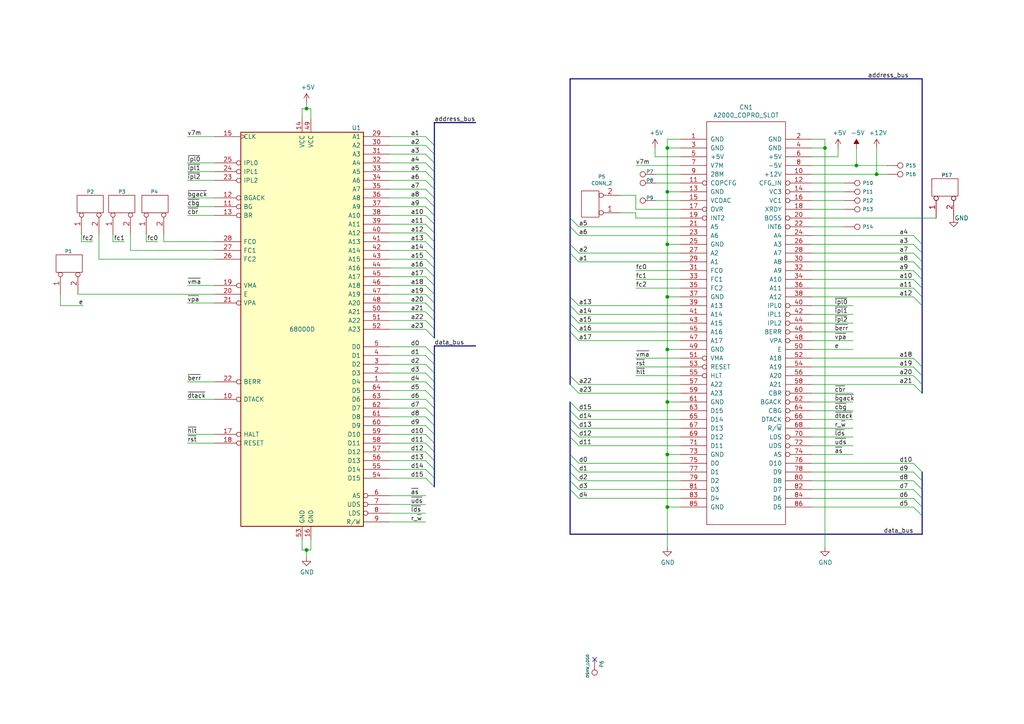
<source format=kicad_sch>
(kicad_sch (version 20250114) (generator "eeschema") (generator_version "9.0")
  (paper "A4")
  (title_block (title "OpenAmiga2000CoproAdapter") (date "2019-02-14") (rev "2git") (company "SukkoPera") (comment 1 "Based on work by Kipper2K") (comment 2 "Licensed under CERN OHL v.1.2"))
  (lib_symbols
    (symbol "A2000_COPRO_SLOT:A2000_COPRO_SLOT" (pin_names (offset 1.016))
      (property "Reference" "CN" (at 0 -2.54 0))
      (property "Value" "A2000_COPRO_SLOT" (at 0 2.54 0))
      (symbol "A2000_COPRO_SLOT_1_0"
        (rectangle (start -11.43 -58.42) (end 11.43 58.42))
      )
      (symbol "A2000_COPRO_SLOT_1_1"
        (pin power_out line (at -19.05 53.34 0) (length 7.62) (name "GND") (number "1"))
        (pin passive line (at -19.05 50.8 0) (length 7.62) (name "GND") (number "3"))
        (pin passive line (at -19.05 48.26 0) (length 7.62) (name "+5V") (number "5"))
        (pin output line (at -19.05 45.72 0) (length 7.62) (name "V7M") (number "7"))
        (pin output line (at -19.05 43.18 0) (length 7.62) (name "28M") (number "9"))
        (pin passive inverted (at -19.05 40.64 0) (length 7.62) (name "COPCFG") (number "11"))
        (pin passive line (at -19.05 38.1 0) (length 7.62) (name "GND") (number "13"))
        (pin passive line (at -19.05 35.56 0) (length 7.62) (name "VCDAC") (number "15"))
        (pin passive inverted (at -19.05 33.02 0) (length 7.62) (name "OVR") (number "17"))
        (pin passive inverted (at -19.05 30.48 0) (length 7.62) (name "INT2") (number "19"))
        (pin input line (at -19.05 27.94 0) (length 7.62) (name "A5") (number "21"))
        (pin input line (at -19.05 25.4 0) (length 7.62) (name "A6") (number "23"))
        (pin passive line (at -19.05 22.86 0) (length 7.62) (name "GND") (number "25"))
        (pin input line (at -19.05 20.32 0) (length 7.62) (name "A2") (number "27"))
        (pin input line (at -19.05 17.78 0) (length 7.62) (name "A1") (number "29"))
        (pin passive line (at -19.05 15.24 0) (length 7.62) (name "FC0") (number "31"))
        (pin passive line (at -19.05 12.7 0) (length 7.62) (name "FC1") (number "33"))
        (pin passive line (at -19.05 10.16 0) (length 7.62) (name "FC2") (number "35"))
        (pin passive line (at -19.05 7.62 0) (length 7.62) (name "GND") (number "37"))
        (pin input line (at -19.05 5.08 0) (length 7.62) (name "A13") (number "39"))
        (pin input line (at -19.05 2.54 0) (length 7.62) (name "A14") (number "41"))
        (pin input line (at -19.05 0 0) (length 7.62) (name "A15") (number "43"))
        (pin input line (at -19.05 -2.54 0) (length 7.62) (name "A16") (number "45"))
        (pin input line (at -19.05 -5.08 0) (length 7.62) (name "A17") (number "47"))
        (pin passive line (at -19.05 -7.62 0) (length 7.62) (name "GND") (number "49"))
        (pin passive inverted (at -19.05 -10.16 0) (length 7.62) (name "VMA") (number "51"))
        (pin passive inverted (at -19.05 -12.7 0) (length 7.62) (name "RESET") (number "53"))
        (pin passive inverted (at -19.05 -15.24 0) (length 7.62) (name "HLT") (number "55"))
        (pin input line (at -19.05 -17.78 0) (length 7.62) (name "A22") (number "57"))
        (pin input line (at -19.05 -20.32 0) (length 7.62) (name "A23") (number "59"))
        (pin passive line (at -19.05 -22.86 0) (length 7.62) (name "GND") (number "61"))
        (pin bidirectional line (at -19.05 -25.4 0) (length 7.62) (name "D15") (number "63"))
        (pin bidirectional line (at -19.05 -27.94 0) (length 7.62) (name "D14") (number "65"))
        (pin bidirectional line (at -19.05 -30.48 0) (length 7.62) (name "D13") (number "67"))
        (pin bidirectional line (at -19.05 -33.02 0) (length 7.62) (name "D12") (number "69"))
        (pin bidirectional line (at -19.05 -35.56 0) (length 7.62) (name "D11") (number "71"))
        (pin passive line (at -19.05 -38.1 0) (length 7.62) (name "GND") (number "73"))
        (pin bidirectional line (at -19.05 -40.64 0) (length 7.62) (name "D0") (number "75"))
        (pin bidirectional line (at -19.05 -43.18 0) (length 7.62) (name "D1") (number "77"))
        (pin bidirectional line (at -19.05 -45.72 0) (length 7.62) (name "D2") (number "79"))
        (pin bidirectional line (at -19.05 -48.26 0) (length 7.62) (name "D3") (number "81"))
        (pin bidirectional line (at -19.05 -50.8 0) (length 7.62) (name "D4") (number "83"))
        (pin passive line (at -19.05 -53.34 0) (length 7.62) (name "GND") (number "85"))
        (pin passive line (at 19.05 53.34 180) (length 7.62) (name "GND") (number "2"))
        (pin passive line (at 19.05 50.8 180) (length 7.62) (name "GND") (number "4"))
        (pin power_out line (at 19.05 48.26 180) (length 7.62) (name "+5V") (number "6"))
        (pin power_out line (at 19.05 45.72 180) (length 7.62) (name "-5V") (number "8"))
        (pin power_out line (at 19.05 43.18 180) (length 7.62) (name "+12V") (number "10"))
        (pin passive inverted (at 19.05 40.64 180) (length 7.62) (name "CFG_IN") (number "12"))
        (pin passive inverted (at 19.05 38.1 180) (length 7.62) (name "VC3") (number "14"))
        (pin passive inverted (at 19.05 35.56 180) (length 7.62) (name "VC1") (number "16"))
        (pin passive line (at 19.05 33.02 180) (length 7.62) (name "XRDY") (number "18"))
        (pin passive inverted (at 19.05 30.48 180) (length 7.62) (name "BOSS") (number "20"))
        (pin passive inverted (at 19.05 27.94 180) (length 7.62) (name "INT6") (number "22"))
        (pin input line (at 19.05 25.4 180) (length 7.62) (name "A4") (number "24"))
        (pin input line (at 19.05 22.86 180) (length 7.62) (name "A3") (number "26"))
        (pin input line (at 19.05 20.32 180) (length 7.62) (name "A7") (number "28"))
        (pin input line (at 19.05 17.78 180) (length 7.62) (name "A8") (number "30"))
        (pin input line (at 19.05 15.24 180) (length 7.62) (name "A9") (number "32"))
        (pin input line (at 19.05 12.7 180) (length 7.62) (name "A10") (number "34"))
        (pin input line (at 19.05 10.16 180) (length 7.62) (name "A11") (number "36"))
        (pin input line (at 19.05 7.62 180) (length 7.62) (name "A12") (number "38"))
        (pin passive inverted (at 19.05 5.08 180) (length 7.62) (name "IPL0") (number "40"))
        (pin passive inverted (at 19.05 2.54 180) (length 7.62) (name "IPL1") (number "42"))
        (pin passive inverted (at 19.05 0 180) (length 7.62) (name "IPL2") (number "44"))
        (pin passive inverted (at 19.05 -2.54 180) (length 7.62) (name "BERR") (number "46"))
        (pin passive inverted (at 19.05 -5.08 180) (length 7.62) (name "VPA") (number "48"))
        (pin passive line (at 19.05 -7.62 180) (length 7.62) (name "E") (number "50"))
        (pin input line (at 19.05 -10.16 180) (length 7.62) (name "A18") (number "52"))
        (pin input line (at 19.05 -12.7 180) (length 7.62) (name "A19") (number "54"))
        (pin input line (at 19.05 -15.24 180) (length 7.62) (name "A20") (number "56"))
        (pin input line (at 19.05 -17.78 180) (length 7.62) (name "A21") (number "58"))
        (pin passive inverted (at 19.05 -20.32 180) (length 7.62) (name "CBR") (number "60"))
        (pin passive inverted (at 19.05 -22.86 180) (length 7.62) (name "BGACK") (number "62"))
        (pin passive inverted (at 19.05 -25.4 180) (length 7.62) (name "CBG") (number "64"))
        (pin passive inverted (at 19.05 -27.94 180) (length 7.62) (name "DTACK") (number "66"))
        (pin input line (at 19.05 -30.48 180) (length 7.62) (name "R/~{W}") (number "68"))
        (pin passive inverted (at 19.05 -33.02 180) (length 7.62) (name "LDS") (number "70"))
        (pin passive inverted (at 19.05 -35.56 180) (length 7.62) (name "UDS") (number "72"))
        (pin passive inverted (at 19.05 -38.1 180) (length 7.62) (name "AS") (number "74"))
        (pin bidirectional line (at 19.05 -40.64 180) (length 7.62) (name "D10") (number "76"))
        (pin bidirectional line (at 19.05 -43.18 180) (length 7.62) (name "D9") (number "78"))
        (pin bidirectional line (at 19.05 -45.72 180) (length 7.62) (name "D8") (number "80"))
        (pin bidirectional line (at 19.05 -48.26 180) (length 7.62) (name "D7") (number "82"))
        (pin bidirectional line (at 19.05 -50.8 180) (length 7.62) (name "D6") (number "84"))
        (pin bidirectional line (at 19.05 -53.34 180) (length 7.62) (name "D5") (number "86"))
      )
    )
    (symbol "CPU_NXP_68000:68000D" (pin_names (offset 0.762))
      (property "Reference" "U" (at 0 2.54 0))
      (property "Value" "68000D" (at 0 -3.81 0))
      (symbol "68000D_0_1"
        (rectangle (start -17.78 57.15) (end 17.78 -57.15) (stroke (width 0.254)) (fill (type background)))
      )
      (symbol "68000D_1_1"
        (pin input clock (at -25.4 55.88 0) (length 7.62) (name "CLK") (number "15"))
        (pin input inverted (at -25.4 48.26 0) (length 7.62) (name "IPL0") (number "25"))
        (pin input inverted (at -25.4 45.72 0) (length 7.62) (name "IPL1") (number "24"))
        (pin input inverted (at -25.4 43.18 0) (length 7.62) (name "IPL2") (number "23"))
        (pin input inverted (at -25.4 38.1 0) (length 7.62) (name "BGACK") (number "12"))
        (pin output inverted (at -25.4 35.56 0) (length 7.62) (name "BG") (number "11"))
        (pin input inverted (at -25.4 33.02 0) (length 7.62) (name "BR") (number "13"))
        (pin output line (at -25.4 25.4 0) (length 7.62) (name "FC0") (number "28"))
        (pin output line (at -25.4 22.86 0) (length 7.62) (name "FC1") (number "27"))
        (pin output line (at -25.4 20.32 0) (length 7.62) (name "FC2") (number "26"))
        (pin output inverted (at -25.4 12.7 0) (length 7.62) (name "VMA") (number "19"))
        (pin output line (at -25.4 10.16 0) (length 7.62) (name "E") (number "20"))
        (pin input inverted (at -25.4 7.62 0) (length 7.62) (name "VPA") (number "21"))
        (pin input inverted (at -25.4 -15.24 0) (length 7.62) (name "BERR") (number "22"))
        (pin input inverted (at -25.4 -20.32 0) (length 7.62) (name "DTACK") (number "10"))
        (pin bidirectional inverted (at -25.4 -30.48 0) (length 7.62) (name "HALT") (number "17"))
        (pin bidirectional inverted (at -25.4 -33.02 0) (length 7.62) (name "RESET") (number "18"))
        (pin power_in line (at 0 60.96 270) (length 3.81) (name "VCC") (number "14"))
        (pin power_in line (at 0 -60.96 90) (length 3.81) (name "GND") (number "53"))
        (pin power_in line (at 2.54 60.96 270) (length 3.81) (name "VCC") (number "49"))
        (pin power_in line (at 2.54 -60.96 90) (length 3.81) (name "GND") (number "16"))
        (pin output line (at 25.4 55.88 180) (length 7.62) (name "A1") (number "29"))
        (pin output line (at 25.4 53.34 180) (length 7.62) (name "A2") (number "30"))
        (pin output line (at 25.4 50.8 180) (length 7.62) (name "A3") (number "31"))
        (pin output line (at 25.4 48.26 180) (length 7.62) (name "A4") (number "32"))
        (pin output line (at 25.4 45.72 180) (length 7.62) (name "A5") (number "33"))
        (pin output line (at 25.4 43.18 180) (length 7.62) (name "A6") (number "34"))
        (pin output line (at 25.4 40.64 180) (length 7.62) (name "A7") (number "35"))
        (pin output line (at 25.4 38.1 180) (length 7.62) (name "A8") (number "36"))
        (pin output line (at 25.4 35.56 180) (length 7.62) (name "A9") (number "37"))
        (pin output line (at 25.4 33.02 180) (length 7.62) (name "A10") (number "38"))
        (pin output line (at 25.4 30.48 180) (length 7.62) (name "A11") (number "39"))
        (pin output line (at 25.4 27.94 180) (length 7.62) (name "A12") (number "40"))
        (pin output line (at 25.4 25.4 180) (length 7.62) (name "A13") (number "41"))
        (pin output line (at 25.4 22.86 180) (length 7.62) (name "A14") (number "42"))
        (pin output line (at 25.4 20.32 180) (length 7.62) (name "A15") (number "43"))
        (pin output line (at 25.4 17.78 180) (length 7.62) (name "A16") (number "44"))
        (pin output line (at 25.4 15.24 180) (length 7.62) (name "A17") (number "45"))
        (pin output line (at 25.4 12.7 180) (length 7.62) (name "A18") (number "46"))
        (pin output line (at 25.4 10.16 180) (length 7.62) (name "A19") (number "47"))
        (pin output line (at 25.4 7.62 180) (length 7.62) (name "A20") (number "48"))
        (pin output line (at 25.4 5.08 180) (length 7.62) (name "A21") (number "50"))
        (pin output line (at 25.4 2.54 180) (length 7.62) (name "A22") (number "51"))
        (pin output line (at 25.4 0 180) (length 7.62) (name "A23") (number "52"))
        (pin bidirectional line (at 25.4 -5.08 180) (length 7.62) (name "D0") (number "5"))
        (pin bidirectional line (at 25.4 -7.62 180) (length 7.62) (name "D1") (number "4"))
        (pin bidirectional line (at 25.4 -10.16 180) (length 7.62) (name "D2") (number "3"))
        (pin bidirectional line (at 25.4 -12.7 180) (length 7.62) (name "D3") (number "2"))
        (pin bidirectional line (at 25.4 -15.24 180) (length 7.62) (name "D4") (number "1"))
        (pin bidirectional line (at 25.4 -17.78 180) (length 7.62) (name "D5") (number "64"))
        (pin bidirectional line (at 25.4 -20.32 180) (length 7.62) (name "D6") (number "63"))
        (pin bidirectional line (at 25.4 -22.86 180) (length 7.62) (name "D7") (number "62"))
        (pin bidirectional line (at 25.4 -25.4 180) (length 7.62) (name "D8") (number "61"))
        (pin bidirectional line (at 25.4 -27.94 180) (length 7.62) (name "D9") (number "60"))
        (pin bidirectional line (at 25.4 -30.48 180) (length 7.62) (name "D10") (number "59"))
        (pin bidirectional line (at 25.4 -33.02 180) (length 7.62) (name "D11") (number "58"))
        (pin bidirectional line (at 25.4 -35.56 180) (length 7.62) (name "D12") (number "57"))
        (pin bidirectional line (at 25.4 -38.1 180) (length 7.62) (name "D13") (number "56"))
        (pin bidirectional line (at 25.4 -40.64 180) (length 7.62) (name "D14") (number "55"))
        (pin bidirectional line (at 25.4 -43.18 180) (length 7.62) (name "D15") (number "54"))
        (pin output inverted (at 25.4 -48.26 180) (length 7.62) (name "AS") (number "6"))
        (pin output inverted (at 25.4 -50.8 180) (length 7.62) (name "UDS") (number "7"))
        (pin output inverted (at 25.4 -53.34 180) (length 7.62) (name "LDS") (number "8"))
        (pin output line (at 25.4 -55.88 180) (length 7.62) (name "R/W") (number "9"))
      )
    )
    (symbol "OpenAmiga2000CoproAdapter-rescue:+12V-power" (power) (pin_names (offset 0))
      (property "Value" "power_+12V" (at 0 3.556 0))
      (symbol "+12V-power_0_1"
        (polyline (pts (xy -0.762 1.27) (xy 0 2.54)))
        (polyline (pts (xy 0 2.54) (xy 0.762 1.27)))
        (polyline (pts (xy 0 0) (xy 0 2.54)))
      )
      (symbol "+12V-power_1_1"
        (pin power_in line (at 0 0 90) (length 0) (hide yes) (name "+12V") (number "1"))
      )
    )
    (symbol "OpenAmiga2000CoproAdapter-rescue:+5V-power" (power) (pin_names (offset 0))
      (property "Value" "power_+5V" (at 0 3.556 0))
      (symbol "+5V-power_0_1"
        (polyline (pts (xy -0.762 1.27) (xy 0 2.54)))
        (polyline (pts (xy 0 2.54) (xy 0.762 1.27)))
        (polyline (pts (xy 0 0) (xy 0 2.54)))
      )
      (symbol "+5V-power_1_1"
        (pin power_in line (at 0 0 90) (length 0) (hide yes) (name "+5V") (number "1"))
      )
    )
    (symbol "OpenAmiga2000CoproAdapter-rescue:-5V-power" (power) (pin_names (offset 0))
      (property "Value" "power_-5V" (at 0 3.81 0))
      (symbol "-5V-power_0_0"
        (pin power_in line (at 0 0 90) (length 0) (hide yes) (name "-5V") (number "1"))
      )
      (symbol "-5V-power_0_1"
        (polyline (pts (xy 0 0) (xy 0 1.27) (xy 0.762 1.27) (xy 0 2.54) (xy -0.762 1.27) (xy 0 1.27)) (fill (type outline)))
      )
    )
    (symbol "OpenAmiga2000CoproAdapter-rescue:CONN_1-conn-OpenAmiga2000CoproAdapter-rescue" (pin_numbers (hide yes)) (pin_names (offset 0.762) (hide yes))
      (property "Reference" "P" (at 2.032 0 0))
      (symbol "CONN_1-conn-OpenAmiga2000CoproAdapter-rescue_0_1"
        (polyline (pts (xy -0.762 0) (xy -1.27 0)))
        (circle (center 0 0) (radius 0.7874))
      )
      (symbol "CONN_1-conn-OpenAmiga2000CoproAdapter-rescue_1_1"
        (pin passive line (at -3.81 0 0) (length 2.54) (name "1") (number "1"))
      )
    )
    (symbol "OpenAmiga2000CoproAdapter-rescue:CONN_2-conn-OpenAmiga2000CoproAdapter-rescue" (pin_names (offset 1.016) (hide yes))
      (property "Reference" "P" (at -1.27 0 90))
      (property "Value" "OpenAmiga2000CoproAdapter-rescue_CONN_2-conn" (at 1.27 0 90))
      (symbol "CONN_2-conn-OpenAmiga2000CoproAdapter-rescue_0_1"
        (rectangle (start -2.54 3.81) (end 2.54 -3.81))
      )
      (symbol "CONN_2-conn-OpenAmiga2000CoproAdapter-rescue_1_1"
        (pin passive inverted (at -8.89 2.54 0) (length 6.35) (name "P1") (number "1"))
        (pin passive inverted (at -8.89 -2.54 0) (length 6.35) (name "PM") (number "2"))
      )
    )
    (symbol "OpenAmiga2000CoproAdapter-rescue:GND-power" (power) (pin_names (offset 0))
      (property "Value" "power_GND" (at 0 -3.81 0))
      (symbol "GND-power_0_1"
        (polyline (pts (xy 0 0) (xy 0 -1.27) (xy 1.27 -1.27) (xy 0 -2.54) (xy -1.27 -1.27) (xy 0 -1.27)))
      )
      (symbol "GND-power_1_1"
        (pin power_in line (at 0 0 270) (length 0) (hide yes) (name "GND") (number "1"))
      )
    )
  )
  (junction (at 88.9 31.496))
  (junction (at 254.254 50.546))
  (junction (at 193.548 131.826))
  (junction (at 193.548 147.066))
  (junction (at 239.268 42.926))
  (junction (at 193.548 55.626))
  (junction (at 88.9 159.512))
  (junction (at 193.548 86.106))
  (junction (at 193.548 101.346))
  (junction (at 193.548 116.586))
  (junction (at 193.548 70.866))
  (junction (at 248.412 48.006))
  (junction (at 193.548 42.926))
  (no_connect (at 172.466 191.262))
  (bus_entry (at 123.444 70.104) (size 2.54 2.54))
  (bus_entry (at 165.354 121.666) (size 2.54 2.54))
  (bus_entry (at 165.354 73.406) (size 2.54 2.54))
  (bus_entry (at 123.444 72.644) (size 2.54 2.54))
  (bus_entry (at 165.354 124.206) (size 2.54 2.54))
  (bus_entry (at 165.354 93.726) (size 2.54 2.54))
  (bus_entry (at 165.354 116.586) (size 2.54 2.54))
  (bus_entry (at 123.444 42.164) (size 2.54 2.54))
  (bus_entry (at 165.354 111.506) (size 2.54 2.54))
  (bus_entry (at 123.444 77.724) (size 2.54 2.54))
  (bus_entry (at 123.444 103.124) (size 2.54 2.54))
  (bus_entry (at 123.444 80.264) (size 2.54 2.54))
  (bus_entry (at 264.922 134.366) (size 2.54 2.54))
  (bus_entry (at 165.354 108.966) (size 2.54 2.54))
  (bus_entry (at 123.444 105.664) (size 2.54 2.54))
  (bus_entry (at 123.444 47.244) (size 2.54 2.54))
  (bus_entry (at 165.354 70.866) (size 2.54 2.54))
  (bus_entry (at 123.444 90.424) (size 2.54 2.54))
  (bus_entry (at 264.922 111.506) (size 2.54 2.54))
  (bus_entry (at 123.444 92.964) (size 2.54 2.54))
  (bus_entry (at 123.444 59.944) (size 2.54 2.54))
  (bus_entry (at 123.444 110.744) (size 2.54 2.54))
  (bus_entry (at 264.922 81.026) (size 2.54 2.54))
  (bus_entry (at 165.354 119.126) (size 2.54 2.54))
  (bus_entry (at 264.922 136.906) (size 2.54 2.54))
  (bus_entry (at 123.444 100.584) (size 2.54 2.54))
  (bus_entry (at 165.354 65.786) (size 2.54 2.54))
  (bus_entry (at 123.444 57.404) (size 2.54 2.54))
  (bus_entry (at 165.354 141.986) (size 2.54 2.54))
  (bus_entry (at 264.922 103.886) (size 2.54 2.54))
  (bus_entry (at 165.354 131.826) (size 2.54 2.54))
  (bus_entry (at 165.354 126.746) (size 2.54 2.54))
  (bus_entry (at 165.354 86.106) (size 2.54 2.54))
  (bus_entry (at 123.444 85.344) (size 2.54 2.54))
  (bus_entry (at 123.444 133.604) (size 2.54 2.54))
  (bus_entry (at 264.922 73.406) (size 2.54 2.54))
  (bus_entry (at 123.444 136.144) (size 2.54 2.54))
  (bus_entry (at 264.922 75.946) (size 2.54 2.54))
  (bus_entry (at 123.444 39.624) (size 2.54 2.54))
  (bus_entry (at 264.922 86.106) (size 2.54 2.54))
  (bus_entry (at 123.444 138.684) (size 2.54 2.54))
  (bus_entry (at 264.922 83.566) (size 2.54 2.54))
  (bus_entry (at 123.444 108.204) (size 2.54 2.54))
  (bus_entry (at 123.444 52.324) (size 2.54 2.54))
  (bus_entry (at 123.444 131.064) (size 2.54 2.54))
  (bus_entry (at 123.444 87.884) (size 2.54 2.54))
  (bus_entry (at 264.922 78.486) (size 2.54 2.54))
  (bus_entry (at 123.444 120.904) (size 2.54 2.54))
  (bus_entry (at 123.444 49.784) (size 2.54 2.54))
  (bus_entry (at 264.922 70.866) (size 2.54 2.54))
  (bus_entry (at 123.444 82.804) (size 2.54 2.54))
  (bus_entry (at 165.354 139.446) (size 2.54 2.54))
  (bus_entry (at 264.922 108.966) (size 2.54 2.54))
  (bus_entry (at 123.444 113.284) (size 2.54 2.54))
  (bus_entry (at 123.444 115.824) (size 2.54 2.54))
  (bus_entry (at 123.444 123.444) (size 2.54 2.54))
  (bus_entry (at 123.444 95.504) (size 2.54 2.54))
  (bus_entry (at 264.922 141.986) (size 2.54 2.54))
  (bus_entry (at 123.444 75.184) (size 2.54 2.54))
  (bus_entry (at 165.354 91.186) (size 2.54 2.54))
  (bus_entry (at 165.354 96.266) (size 2.54 2.54))
  (bus_entry (at 123.444 44.704) (size 2.54 2.54))
  (bus_entry (at 123.444 54.864) (size 2.54 2.54))
  (bus_entry (at 264.922 106.426) (size 2.54 2.54))
  (bus_entry (at 264.922 147.066) (size 2.54 2.54))
  (bus_entry (at 123.444 125.984) (size 2.54 2.54))
  (bus_entry (at 165.354 134.366) (size 2.54 2.54))
  (bus_entry (at 165.354 88.646) (size 2.54 2.54))
  (bus_entry (at 123.444 62.484) (size 2.54 2.54))
  (bus_entry (at 264.922 68.326) (size 2.54 2.54))
  (bus_entry (at 123.444 65.024) (size 2.54 2.54))
  (bus_entry (at 165.354 136.906) (size 2.54 2.54))
  (bus_entry (at 123.444 118.364) (size 2.54 2.54))
  (bus_entry (at 123.444 67.564) (size 2.54 2.54))
  (bus_entry (at 264.922 139.446) (size 2.54 2.54))
  (bus_entry (at 165.354 63.246) (size 2.54 2.54))
  (bus_entry (at 123.444 128.524) (size 2.54 2.54))
  (bus_entry (at 264.922 144.526) (size 2.54 2.54))
  (wire (pts (xy 197.358 139.446) (xy 167.894 139.446)))
  (wire (pts (xy 193.548 116.586) (xy 193.548 131.826)))
  (bus (pts (xy 165.354 70.866) (xy 165.354 73.406)))
  (bus (pts (xy 267.462 136.906) (xy 267.462 139.446)))
  (wire (pts (xy 197.358 126.746) (xy 167.894 126.746)))
  (wire (pts (xy 235.458 121.666) (xy 247.396 121.666)))
  (wire (pts (xy 235.458 88.646) (xy 247.396 88.646)))
  (wire (pts (xy 17.526 88.646) (xy 24.13 88.646)))
  (wire (pts (xy 113.03 77.724) (xy 123.444 77.724)))
  (wire (pts (xy 62.23 125.984) (xy 54.356 125.984)))
  (bus (pts (xy 125.984 118.364) (xy 125.984 120.904)))
  (wire (pts (xy 113.03 54.864) (xy 123.444 54.864)))
  (wire (pts (xy 239.268 40.386) (xy 239.268 42.926)))
  (wire (pts (xy 190.246 53.086) (xy 197.358 53.086)))
  (bus (pts (xy 125.984 82.804) (xy 125.984 85.344)))
  (bus (pts (xy 165.354 108.966) (xy 165.354 111.506)))
  (wire (pts (xy 235.458 83.566) (xy 264.922 83.566)))
  (wire (pts (xy 113.03 72.644) (xy 123.444 72.644)))
  (wire (pts (xy 197.358 108.966) (xy 184.404 108.966)))
  (wire (pts (xy 184.404 60.706) (xy 197.358 60.706)))
  (bus (pts (xy 165.354 139.446) (xy 165.354 141.986)))
  (wire (pts (xy 87.63 156.464) (xy 87.63 159.512)))
  (wire (pts (xy 235.458 116.586) (xy 247.396 116.586)))
  (bus (pts (xy 125.984 115.824) (xy 125.984 118.364)))
  (bus (pts (xy 125.984 128.524) (xy 125.984 131.064)))
  (wire (pts (xy 32.766 70.104) (xy 36.068 70.104)))
  (bus (pts (xy 125.984 77.724) (xy 125.984 80.264)))
  (wire (pts (xy 235.458 55.626) (xy 244.856 55.626)))
  (wire (pts (xy 197.358 78.486) (xy 184.404 78.486)))
  (wire (pts (xy 113.03 44.704) (xy 123.444 44.704)))
  (bus (pts (xy 267.462 70.866) (xy 267.462 73.406)))
  (bus (pts (xy 165.354 86.106) (xy 165.354 88.646)))
  (bus (pts (xy 267.462 141.986) (xy 267.462 144.526)))
  (bus (pts (xy 125.984 100.33) (xy 125.984 103.124)))
  (wire (pts (xy 197.358 129.286) (xy 167.894 129.286)))
  (wire (pts (xy 197.358 96.266) (xy 167.894 96.266)))
  (wire (pts (xy 235.458 48.006) (xy 248.412 48.006)))
  (wire (pts (xy 113.03 133.604) (xy 123.444 133.604)))
  (wire (pts (xy 23.622 68.072) (xy 23.622 70.104)))
  (wire (pts (xy 197.358 83.566) (xy 184.404 83.566)))
  (wire (pts (xy 193.548 70.866) (xy 193.548 86.106)))
  (wire (pts (xy 235.458 91.186) (xy 247.396 91.186)))
  (wire (pts (xy 113.03 120.904) (xy 123.444 120.904)))
  (bus (pts (xy 267.462 22.86) (xy 165.354 22.86)))
  (bus (pts (xy 165.354 154.94) (xy 267.462 154.94)))
  (bus (pts (xy 125.984 108.204) (xy 125.984 110.744)))
  (wire (pts (xy 113.03 108.204) (xy 123.444 108.204)))
  (wire (pts (xy 235.458 96.266) (xy 247.396 96.266)))
  (bus (pts (xy 125.984 136.144) (xy 125.984 138.684)))
  (wire (pts (xy 197.358 48.006) (xy 184.404 48.006)))
  (bus (pts (xy 267.462 81.026) (xy 267.462 83.566)))
  (wire (pts (xy 235.458 111.506) (xy 264.922 111.506)))
  (bus (pts (xy 125.984 123.444) (xy 125.984 125.984)))
  (wire (pts (xy 113.03 75.184) (xy 123.444 75.184)))
  (bus (pts (xy 165.354 96.266) (xy 165.354 108.966)))
  (bus (pts (xy 267.462 139.446) (xy 267.462 141.986)))
  (wire (pts (xy 235.458 40.386) (xy 239.268 40.386)))
  (wire (pts (xy 197.358 111.506) (xy 167.894 111.506)))
  (wire (pts (xy 235.458 103.886) (xy 264.922 103.886)))
  (wire (pts (xy 197.358 114.046) (xy 167.894 114.046)))
  (wire (pts (xy 235.458 73.406) (xy 264.922 73.406)))
  (wire (pts (xy 189.992 42.926) (xy 189.992 45.466)))
  (bus (pts (xy 165.354 88.646) (xy 165.354 91.186)))
  (wire (pts (xy 62.23 49.784) (xy 54.356 49.784)))
  (bus (pts (xy 165.354 93.726) (xy 165.354 96.266)))
  (bus (pts (xy 125.984 54.864) (xy 125.984 57.404)))
  (wire (pts (xy 62.23 47.244) (xy 54.356 47.244)))
  (wire (pts (xy 197.358 70.866) (xy 193.548 70.866)))
  (bus (pts (xy 165.354 131.826) (xy 165.354 134.366)))
  (bus (pts (xy 125.984 80.264) (xy 125.984 82.804)))
  (bus (pts (xy 125.984 113.284) (xy 125.984 115.824)))
  (wire (pts (xy 235.458 108.966) (xy 264.922 108.966)))
  (wire (pts (xy 113.03 136.144) (xy 123.444 136.144)))
  (wire (pts (xy 23.622 70.104) (xy 26.924 70.104)))
  (wire (pts (xy 197.358 124.206) (xy 167.894 124.206)))
  (wire (pts (xy 113.03 115.824) (xy 123.444 115.824)))
  (wire (pts (xy 113.03 151.384) (xy 123.444 151.384)))
  (wire (pts (xy 235.458 78.486) (xy 264.922 78.486)))
  (wire (pts (xy 87.63 31.496) (xy 88.9 31.496)))
  (wire (pts (xy 235.458 65.786) (xy 244.856 65.786)))
  (wire (pts (xy 113.03 105.664) (xy 123.444 105.664)))
  (wire (pts (xy 62.23 82.804) (xy 54.356 82.804)))
  (wire (pts (xy 113.03 95.504) (xy 123.444 95.504)))
  (bus (pts (xy 165.354 124.206) (xy 165.354 126.746)))
  (bus (pts (xy 267.462 111.506) (xy 267.462 114.046)))
  (wire (pts (xy 113.03 82.804) (xy 123.444 82.804)))
  (wire (pts (xy 42.418 68.072) (xy 42.418 70.104)))
  (bus (pts (xy 125.984 72.644) (xy 125.984 75.184)))
  (bus (pts (xy 125.984 57.404) (xy 125.984 59.944)))
  (wire (pts (xy 42.418 70.104) (xy 45.72 70.104)))
  (wire (pts (xy 113.03 87.884) (xy 123.444 87.884)))
  (bus (pts (xy 125.984 67.564) (xy 125.984 70.104)))
  (wire (pts (xy 113.03 42.164) (xy 123.444 42.164)))
  (bus (pts (xy 267.462 78.486) (xy 267.462 81.026)))
  (wire (pts (xy 235.458 141.986) (xy 264.922 141.986)))
  (wire (pts (xy 197.358 134.366) (xy 167.894 134.366)))
  (wire (pts (xy 235.458 134.366) (xy 264.922 134.366)))
  (bus (pts (xy 125.984 105.664) (xy 125.984 108.204)))
  (wire (pts (xy 190.246 58.166) (xy 197.358 58.166)))
  (wire (pts (xy 88.9 161.544) (xy 88.9 159.512)))
  (bus (pts (xy 125.984 125.984) (xy 125.984 128.524)))
  (wire (pts (xy 113.03 100.584) (xy 123.444 100.584)))
  (bus (pts (xy 125.984 85.344) (xy 125.984 87.884)))
  (wire (pts (xy 180.086 56.642) (xy 184.404 56.642)))
  (wire (pts (xy 235.458 45.466) (xy 243.078 45.466)))
  (wire (pts (xy 235.458 114.046) (xy 247.396 114.046)))
  (wire (pts (xy 113.03 49.784) (xy 123.444 49.784)))
  (wire (pts (xy 189.992 45.466) (xy 197.358 45.466)))
  (bus (pts (xy 165.354 134.366) (xy 165.354 136.906)))
  (wire (pts (xy 62.23 62.484) (xy 54.356 62.484)))
  (bus (pts (xy 267.462 147.066) (xy 267.462 149.606)))
  (bus (pts (xy 267.462 22.86) (xy 267.462 70.866)))
  (bus (pts (xy 125.984 70.104) (xy 125.984 72.644)))
  (wire (pts (xy 62.23 57.404) (xy 54.356 57.404)))
  (bus (pts (xy 165.354 22.86) (xy 165.354 63.246)))
  (wire (pts (xy 254.254 50.546) (xy 257.302 50.546)))
  (wire (pts (xy 235.458 86.106) (xy 264.922 86.106)))
  (bus (pts (xy 267.462 108.966) (xy 267.462 111.506)))
  (bus (pts (xy 165.354 121.666) (xy 165.354 124.206)))
  (wire (pts (xy 235.458 119.126) (xy 247.396 119.126)))
  (wire (pts (xy 90.17 31.496) (xy 90.17 34.544)))
  (wire (pts (xy 235.458 136.906) (xy 264.922 136.906)))
  (wire (pts (xy 62.23 52.324) (xy 54.356 52.324)))
  (wire (pts (xy 87.63 34.544) (xy 87.63 31.496)))
  (wire (pts (xy 197.358 81.026) (xy 184.404 81.026)))
  (wire (pts (xy 28.702 75.184) (xy 28.702 68.072)))
  (wire (pts (xy 235.458 126.746) (xy 247.396 126.746)))
  (wire (pts (xy 197.358 141.986) (xy 167.894 141.986)))
  (wire (pts (xy 197.358 98.806) (xy 167.894 98.806)))
  (wire (pts (xy 62.23 87.884) (xy 54.356 87.884)))
  (wire (pts (xy 62.23 59.944) (xy 54.356 59.944)))
  (wire (pts (xy 254.254 50.546) (xy 254.254 42.926)))
  (wire (pts (xy 88.9 159.512) (xy 90.17 159.512)))
  (wire (pts (xy 87.63 159.512) (xy 88.9 159.512)))
  (wire (pts (xy 62.23 128.524) (xy 54.356 128.524)))
  (wire (pts (xy 47.498 70.104) (xy 62.23 70.104)))
  (wire (pts (xy 113.03 128.524) (xy 123.444 128.524)))
  (wire (pts (xy 113.03 113.284) (xy 123.444 113.284)))
  (wire (pts (xy 235.458 68.326) (xy 264.922 68.326)))
  (bus (pts (xy 125.984 87.884) (xy 125.984 90.424)))
  (wire (pts (xy 235.458 93.726) (xy 247.396 93.726)))
  (wire (pts (xy 197.358 101.346) (xy 193.548 101.346)))
  (wire (pts (xy 190.246 50.546) (xy 197.358 50.546)))
  (wire (pts (xy 193.548 55.626) (xy 193.548 70.866)))
  (wire (pts (xy 113.03 62.484) (xy 123.444 62.484)))
  (wire (pts (xy 90.17 159.512) (xy 90.17 156.464)))
  (wire (pts (xy 113.03 103.124) (xy 123.444 103.124)))
  (wire (pts (xy 197.358 73.406) (xy 167.894 73.406)))
  (wire (pts (xy 184.404 63.246) (xy 197.358 63.246)))
  (bus (pts (xy 125.984 100.33) (xy 137.922 100.33)))
  (wire (pts (xy 193.548 42.926) (xy 193.548 55.626)))
  (wire (pts (xy 235.458 131.826) (xy 247.396 131.826)))
  (wire (pts (xy 197.358 86.106) (xy 193.548 86.106)))
  (wire (pts (xy 197.358 144.526) (xy 167.894 144.526)))
  (wire (pts (xy 17.526 85.344) (xy 17.526 88.646)))
  (bus (pts (xy 125.984 103.124) (xy 125.984 105.664)))
  (wire (pts (xy 28.702 75.184) (xy 62.23 75.184)))
  (wire (pts (xy 197.358 40.386) (xy 193.548 40.386)))
  (wire (pts (xy 235.458 147.066) (xy 264.922 147.066)))
  (wire (pts (xy 235.458 106.426) (xy 264.922 106.426)))
  (wire (pts (xy 235.458 81.026) (xy 264.922 81.026)))
  (bus (pts (xy 125.984 44.704) (xy 125.984 47.244)))
  (wire (pts (xy 113.03 110.744) (xy 123.444 110.744)))
  (bus (pts (xy 125.984 75.184) (xy 125.984 77.724)))
  (wire (pts (xy 193.548 86.106) (xy 193.548 101.346)))
  (bus (pts (xy 125.984 59.944) (xy 125.984 62.484)))
  (wire (pts (xy 197.358 119.126) (xy 167.894 119.126)))
  (bus (pts (xy 267.462 149.606) (xy 267.462 154.94)))
  (wire (pts (xy 248.412 48.006) (xy 248.412 42.926)))
  (wire (pts (xy 243.078 45.466) (xy 243.078 42.926)))
  (bus (pts (xy 267.462 83.566) (xy 267.462 86.106)))
  (wire (pts (xy 197.358 88.646) (xy 167.894 88.646)))
  (bus (pts (xy 267.462 144.526) (xy 267.462 147.066)))
  (wire (pts (xy 235.458 58.166) (xy 244.856 58.166)))
  (wire (pts (xy 235.458 139.446) (xy 264.922 139.446)))
  (bus (pts (xy 125.984 92.964) (xy 125.984 95.504)))
  (bus (pts (xy 125.984 65.024) (xy 125.984 67.564)))
  (bus (pts (xy 125.984 90.424) (xy 125.984 92.964)))
  (wire (pts (xy 235.458 50.546) (xy 254.254 50.546)))
  (wire (pts (xy 197.358 147.066) (xy 193.548 147.066)))
  (wire (pts (xy 197.358 91.186) (xy 167.894 91.186)))
  (wire (pts (xy 113.03 67.564) (xy 123.444 67.564)))
  (bus (pts (xy 165.354 141.986) (xy 165.354 154.94)))
  (wire (pts (xy 235.458 129.286) (xy 247.396 129.286)))
  (wire (pts (xy 197.358 136.906) (xy 167.894 136.906)))
  (wire (pts (xy 88.9 29.718) (xy 88.9 31.496)))
  (wire (pts (xy 113.03 52.324) (xy 123.444 52.324)))
  (bus (pts (xy 125.984 62.484) (xy 125.984 65.024)))
  (wire (pts (xy 193.548 40.386) (xy 193.548 42.926)))
  (wire (pts (xy 235.458 60.706) (xy 244.856 60.706)))
  (wire (pts (xy 113.03 148.844) (xy 123.444 148.844)))
  (bus (pts (xy 125.984 110.744) (xy 125.984 113.284)))
  (wire (pts (xy 113.03 92.964) (xy 123.444 92.964)))
  (wire (pts (xy 113.03 143.764) (xy 123.444 143.764)))
  (wire (pts (xy 197.358 121.666) (xy 167.894 121.666)))
  (wire (pts (xy 184.404 61.722) (xy 184.404 63.246)))
  (bus (pts (xy 165.354 73.406) (xy 165.354 86.106)))
  (wire (pts (xy 113.03 57.404) (xy 123.444 57.404)))
  (bus (pts (xy 165.354 91.186) (xy 165.354 93.726)))
  (wire (pts (xy 184.404 56.642) (xy 184.404 60.706)))
  (wire (pts (xy 193.548 147.066) (xy 193.548 158.75)))
  (wire (pts (xy 113.03 85.344) (xy 123.444 85.344)))
  (wire (pts (xy 88.9 31.496) (xy 90.17 31.496)))
  (wire (pts (xy 113.03 138.684) (xy 123.444 138.684)))
  (bus (pts (xy 125.984 120.904) (xy 125.984 123.444)))
  (wire (pts (xy 113.03 118.364) (xy 123.444 118.364)))
  (wire (pts (xy 197.358 65.786) (xy 167.894 65.786)))
  (bus (pts (xy 125.984 49.784) (xy 125.984 52.324)))
  (wire (pts (xy 180.086 61.722) (xy 184.404 61.722)))
  (wire (pts (xy 235.458 144.526) (xy 264.922 144.526)))
  (wire (pts (xy 32.766 68.072) (xy 32.766 70.104)))
  (bus (pts (xy 165.354 126.746) (xy 165.354 131.826)))
  (wire (pts (xy 235.458 42.926) (xy 239.268 42.926)))
  (bus (pts (xy 125.984 138.684) (xy 125.984 141.224)))
  (bus (pts (xy 125.984 35.56) (xy 125.984 42.164)))
  (wire (pts (xy 235.458 101.346) (xy 247.396 101.346)))
  (wire (pts (xy 113.03 47.244) (xy 123.444 47.244)))
  (bus (pts (xy 165.354 63.246) (xy 165.354 65.786)))
  (bus (pts (xy 165.354 116.586) (xy 165.354 119.126)))
  (wire (pts (xy 113.03 65.024) (xy 123.444 65.024)))
  (wire (pts (xy 235.458 63.246) (xy 271.526 63.246)))
  (wire (pts (xy 197.358 116.586) (xy 193.548 116.586)))
  (wire (pts (xy 239.268 42.926) (xy 239.268 158.75)))
  (wire (pts (xy 197.358 93.726) (xy 167.894 93.726)))
  (bus (pts (xy 125.984 47.244) (xy 125.984 49.784)))
  (bus (pts (xy 267.462 75.946) (xy 267.462 78.486)))
  (wire (pts (xy 113.03 131.064) (xy 123.444 131.064)))
  (bus (pts (xy 267.462 106.426) (xy 267.462 108.966)))
  (wire (pts (xy 62.23 115.824) (xy 54.356 115.824)))
  (wire (pts (xy 248.412 48.006) (xy 257.302 48.006)))
  (wire (pts (xy 193.548 101.346) (xy 193.548 116.586)))
  (wire (pts (xy 113.03 123.444) (xy 123.444 123.444)))
  (wire (pts (xy 193.548 131.826) (xy 193.548 147.066)))
  (bus (pts (xy 165.354 119.126) (xy 165.354 121.666)))
  (bus (pts (xy 125.984 42.164) (xy 125.984 44.704)))
  (bus (pts (xy 125.984 133.604) (xy 125.984 136.144)))
  (bus (pts (xy 125.984 35.56) (xy 137.922 35.56)))
  (wire (pts (xy 197.358 106.426) (xy 184.404 106.426)))
  (wire (pts (xy 235.458 75.946) (xy 264.922 75.946)))
  (bus (pts (xy 125.984 131.064) (xy 125.984 133.604)))
  (wire (pts (xy 197.358 55.626) (xy 193.548 55.626)))
  (wire (pts (xy 62.23 110.744) (xy 54.356 110.744)))
  (bus (pts (xy 165.354 65.786) (xy 165.354 70.866)))
  (bus (pts (xy 267.462 88.646) (xy 267.462 106.426)))
  (wire (pts (xy 113.03 39.624) (xy 123.444 39.624)))
  (wire (pts (xy 22.606 85.344) (xy 62.23 85.344)))
  (wire (pts (xy 197.358 103.886) (xy 184.404 103.886)))
  (wire (pts (xy 113.03 90.424) (xy 123.444 90.424)))
  (wire (pts (xy 197.358 68.326) (xy 167.894 68.326)))
  (wire (pts (xy 113.03 146.304) (xy 123.444 146.304)))
  (wire (pts (xy 113.03 59.944) (xy 123.444 59.944)))
  (bus (pts (xy 267.462 86.106) (xy 267.462 88.646)))
  (wire (pts (xy 235.458 98.806) (xy 247.396 98.806)))
  (wire (pts (xy 37.846 72.644) (xy 62.23 72.644)))
  (wire (pts (xy 47.498 70.104) (xy 47.498 68.072)))
  (wire (pts (xy 197.358 42.926) (xy 193.548 42.926)))
  (wire (pts (xy 62.23 39.624) (xy 54.356 39.624)))
  (wire (pts (xy 113.03 80.264) (xy 123.444 80.264)))
  (wire (pts (xy 235.458 70.866) (xy 264.922 70.866)))
  (wire (pts (xy 113.03 125.984) (xy 123.444 125.984)))
  (wire (pts (xy 197.358 75.946) (xy 167.894 75.946)))
  (wire (pts (xy 235.458 124.206) (xy 247.396 124.206)))
  (wire (pts (xy 113.03 70.104) (xy 123.444 70.104)))
  (bus (pts (xy 125.984 52.324) (xy 125.984 54.864)))
  (wire (pts (xy 235.458 53.086) (xy 244.856 53.086)))
  (bus (pts (xy 165.354 136.906) (xy 165.354 139.446)))
  (bus (pts (xy 267.462 73.406) (xy 267.462 75.946)))
  (wire (pts (xy 197.358 131.826) (xy 193.548 131.826)))
  (bus (pts (xy 125.984 95.504) (xy 125.984 98.044)))
  (wire (pts (xy 37.846 72.644) (xy 37.846 68.072)))
  (label "~{ipl2}" (at 242.062 93.726 0))
  (label "a17" (at 167.894 98.806 0))
  (label "a11" (at 260.858 83.566 0))
  (label "d7" (at 260.858 141.986 0))
  (label "a20" (at 119.126 87.884 0))
  (label "~{vpa}" (at 242.062 98.806 0))
  (label "a1" (at 119.126 39.624 0))
  (label "address_bus" (at 251.714 22.86 0))
  (label "d8" (at 119.126 120.904 0))
  (label "d15" (at 119.126 138.684 0))
  (label "a5" (at 167.894 65.786 0))
  (label "d14" (at 167.894 121.666 0))
  (label "~{lds}" (at 242.062 126.746 0))
  (label "~{cbg}" (at 242.062 119.126 0))
  (label "~{ipl1}" (at 54.356 49.784 0))
  (label "a7" (at 119.126 54.864 0))
  (label "a14" (at 167.894 91.186 0))
  (label "a13" (at 167.894 88.646 0))
  (label "d4" (at 119.126 110.744 0))
  (label "d5" (at 119.126 113.284 0))
  (label "d6" (at 119.126 115.824 0))
  (label "d14" (at 119.126 136.144 0))
  (label "a19" (at 260.858 106.426 0))
  (label "a12" (at 119.126 67.564 0))
  (label "~{vpa}" (at 54.356 87.884 0))
  (label "a12" (at 260.858 86.106 0))
  (label "~{vma}" (at 54.356 82.804 0))
  (label "a10" (at 119.126 62.484 0))
  (label "fc1" (at 184.404 81.026 0))
  (label "r_~{w}" (at 242.062 124.206 0))
  (label "a18" (at 260.858 103.886 0))
  (label "data_bus" (at 256.286 154.94 0))
  (label "d1" (at 167.894 136.906 0))
  (label "a2" (at 119.126 42.164 0))
  (label "a19" (at 119.126 85.344 0))
  (label "a23" (at 167.894 114.046 0))
  (label "a20" (at 260.858 108.966 0))
  (label "~{dtack}" (at 242.062 121.666 0))
  (label "a9" (at 119.126 59.944 0))
  (label "~{uds}" (at 119.126 146.304 0))
  (label "d0" (at 119.126 100.584 0))
  (label "~{as}" (at 119.126 143.764 0))
  (label "d4" (at 167.894 144.526 0))
  (label "fc2" (at 23.876 70.104 0))
  (label "~{cbr}" (at 242.062 114.046 0))
  (label "a18" (at 119.126 82.804 0))
  (label "d11" (at 167.894 129.286 0))
  (label "d2" (at 167.894 139.446 0))
  (label "fc0" (at 42.672 70.104 0))
  (label "fc0" (at 184.404 78.486 0))
  (label "a8" (at 119.126 57.404 0))
  (label "a11" (at 119.126 65.024 0))
  (label "d2" (at 119.126 105.664 0))
  (label "a6" (at 167.894 68.326 0))
  (label "d10" (at 260.858 134.366 0))
  (label "a16" (at 167.894 96.266 0))
  (label "fc1" (at 33.02 70.104 0))
  (label "r_~{w}" (at 119.126 151.384 0))
  (label "~{vma}" (at 184.404 103.886 0))
  (label "address_bus" (at 125.984 35.56 0))
  (label "d3" (at 119.126 108.204 0))
  (label "~{rst}" (at 54.356 128.524 0))
  (label "a8" (at 260.858 75.946 0))
  (label "~{hlt}" (at 54.356 125.984 0))
  (label "a7" (at 260.858 73.406 0))
  (label "d8" (at 260.858 139.446 0))
  (label "data_bus" (at 125.984 100.33 0))
  (label "fc2" (at 184.404 83.566 0))
  (label "d7" (at 119.126 118.364 0))
  (label "d11" (at 119.126 128.524 0))
  (label "a17" (at 119.126 80.264 0))
  (label "a14" (at 119.126 72.644 0))
  (label "a5" (at 119.126 49.784 0))
  (label "~{lds}" (at 119.126 148.844 0))
  (label "~{bgack}" (at 242.062 116.586 0))
  (label "~{ipl0}" (at 242.062 88.646 0))
  (label "~{cbr}" (at 54.356 62.484 0))
  (label "d13" (at 119.126 133.604 0))
  (label "a21" (at 119.126 90.424 0))
  (label "d12" (at 167.894 126.746 0))
  (label "v7m" (at 54.356 39.624 0))
  (label "d6" (at 260.858 144.526 0))
  (label "a1" (at 167.894 75.946 0))
  (label "a4" (at 119.126 47.244 0))
  (label "d3" (at 167.894 141.986 0))
  (label "~{dtack}" (at 54.356 115.824 0))
  (label "~{as}" (at 242.062 131.826 0))
  (label "a21" (at 260.858 111.506 0))
  (label "d0" (at 167.894 134.366 0))
  (label "a16" (at 119.126 77.724 0))
  (label "a15" (at 119.126 75.184 0))
  (label "d13" (at 167.894 124.206 0))
  (label "d12" (at 119.126 131.064 0))
  (label "a22" (at 167.894 111.506 0))
  (label "~{ipl0}" (at 54.356 47.244 0))
  (label "a4" (at 260.858 68.326 0))
  (label "~{bgack}" (at 54.356 57.404 0))
  (label "d15" (at 167.894 119.126 0))
  (label "~{berr}" (at 242.062 96.266 0))
  (label "~{uds}" (at 242.062 129.286 0))
  (label "a2" (at 167.894 73.406 0))
  (label "a3" (at 260.858 70.866 0))
  (label "d1" (at 119.126 103.124 0))
  (label "a9" (at 260.858 78.486 0))
  (label "e" (at 24.13 88.646 180))
  (label "a23" (at 119.126 95.504 0))
  (label "~{ipl2}" (at 54.356 52.324 0))
  (label "a22" (at 119.126 92.964 0))
  (label "a15" (at 167.894 93.726 0))
  (label "~{ipl1}" (at 242.062 91.186 0))
  (label "d9" (at 260.858 136.906 0))
  (label "~{cbg}" (at 54.356 59.944 0))
  (label "d10" (at 119.126 125.984 0))
  (label "a13" (at 119.126 70.104 0))
  (label "a10" (at 260.858 81.026 0))
  (label "e" (at 242.062 101.346 0))
  (label "~{rst}" (at 184.404 106.426 0))
  (label "~{hlt}" (at 184.404 108.966 0))
  (label "a6" (at 119.126 52.324 0))
  (label "a3" (at 119.126 44.704 0))
  (label "d5" (at 260.858 147.066 0))
  (label "v7m" (at 184.404 48.006 0))
  (label "d9" (at 119.126 123.444 0))
  (label "~{berr}" (at 54.356 110.744 0))
  (symbol (lib_id "CPU_NXP_68000:68000D") (at 87.63 95.504 0) (unit 1)
    (property "Reference" "U1" (at 103.378 37.084 0))
    (property "Value" "68000D" (at 87.63 95.504 0))
    (property "Footprint" "OpenAmiga2000CoproAdapter:DIP-64_W22.86mm_Socket_LongPads" (effects (hide yes)))
    (property "Datasheet" "https://www.nxp.com/docs/en/reference-manual/MC68000UM.pdf" (effects (hide yes)))
  )
  (symbol (lib_id "A2000_COPRO_SLOT:A2000_COPRO_SLOT") (at 216.408 93.726 0) (unit 1)
    (property "Reference" "CN1" (at 216.408 31.115 0))
    (property "Value" "A2000_COPRO_SLOT" (at 216.408 33.4264 0))
    (property "Footprint" "OpenAmiga2000CoproAdapter:A2000_COPRO_SLOT" (effects (hide yes)))
    (property "Datasheet" "DOCUMENTATION" (effects (hide yes)))
  )
  (symbol (lib_id "OpenAmiga2000CoproAdapter-rescue:CONN_2-conn-OpenAmiga2000CoproAdapter-rescue") (at 171.196 59.182 180) (unit 1)
    (property "Reference" "P5" (at 174.5234 51.2318 0) (effects (font (size 1.016 1.016))))
    (property "Value" "CONN_2" (at 174.5234 53.1622 0) (effects (font (size 1.016 1.016))))
    (property "Footprint" "OpenAmiga2000CoproAdapter:PinHeader_1x02_P2.54mm_Vertical" (effects (hide yes)))
  )
  (symbol (lib_id "OpenAmiga2000CoproAdapter-rescue:GND-power") (at 193.548 158.75 0) (unit 1)
    (property "Reference" "#PWR04" (effects (hide yes)))
    (property "Value" "GND" (at 193.675 163.1442 0))
  )
  (symbol (lib_id "OpenAmiga2000CoproAdapter-rescue:+12V-power") (at 254.254 42.926 0) (unit 1)
    (property "Reference" "#PWR08" (effects (hide yes)))
    (property "Value" "+12V" (at 254.635 38.5318 0))
  )
  (symbol (lib_id "OpenAmiga2000CoproAdapter-rescue:+5V-power") (at 243.078 42.926 0) (unit 1)
    (property "Reference" "#PWR06" (effects (hide yes)))
    (property "Value" "+5V" (at 243.459 38.5318 0))
  )
  (symbol (lib_id "OpenAmiga2000CoproAdapter-rescue:-5V-power") (at 248.412 42.926 0) (unit 1)
    (property "Reference" "#PWR07" (effects (hide yes)))
    (property "Value" "-5V" (at 248.793 38.5318 0))
  )
  (symbol (lib_id "OpenAmiga2000CoproAdapter-rescue:GND-power") (at 239.268 158.75 0) (unit 1)
    (property "Reference" "#PWR05" (effects (hide yes)))
    (property "Value" "GND" (at 239.395 163.1442 0))
  )
  (symbol (lib_id "OpenAmiga2000CoproAdapter-rescue:CONN_1-conn-OpenAmiga2000CoproAdapter-rescue") (at 172.466 195.072 270) (unit 1)
    (property "Reference" "P6" (at 174.498 191.516 0) (effects (font (size 1.016 1.016)) (justify left)))
    (property "Value" "OSHW_LOGO" (at 170.434 189.738 0) (effects (font (size 0.762 0.762)) (justify left)))
    (property "Footprint" "Symbol:OSHW-Logo_7.5x8mm_Copper" (effects (hide yes)))
  )
  (symbol (lib_id "OpenAmiga2000CoproAdapter-rescue:+5V-power") (at 189.992 42.926 0) (unit 1)
    (property "Reference" "#PWR03" (effects (hide yes)))
    (property "Value" "+5V" (at 190.373 38.5318 0))
  )
  (symbol (lib_id "OpenAmiga2000CoproAdapter-rescue:+5V-power") (at 88.9 29.718 0) (unit 1)
    (property "Reference" "#PWR01" (effects (hide yes)))
    (property "Value" "+5V" (at 89.281 25.3238 0))
  )
  (symbol (lib_id "OpenAmiga2000CoproAdapter-rescue:GND-power") (at 88.9 161.544 0) (unit 1)
    (property "Reference" "#PWR02" (effects (hide yes)))
    (property "Value" "GND" (at 89.027 165.9382 0))
  )
  (symbol (lib_id "OpenAmiga2000CoproAdapter-rescue:CONN_2-conn-OpenAmiga2000CoproAdapter-rescue") (at 44.958 59.182 90) (unit 1)
    (property "Reference" "P4" (at 43.688 55.626 90) (effects (font (size 1.016 1.016)) (justify right)))
    (property "Value" "CONN_2" (effects (hide yes)))
    (property "Footprint" "Jumper:SolderJumper-2_P1.3mm_Open_RoundedPad1.0x1.5mm" (effects (hide yes)))
  )
  (symbol (lib_id "OpenAmiga2000CoproAdapter-rescue:CONN_2-conn-OpenAmiga2000CoproAdapter-rescue") (at 35.306 59.182 90) (unit 1)
    (property "Reference" "P3" (at 34.29 55.626 90) (effects (font (size 1.016 1.016)) (justify right)))
    (property "Value" "CONN_2" (effects (hide yes)))
    (property "Footprint" "Jumper:SolderJumper-2_P1.3mm_Open_RoundedPad1.0x1.5mm" (effects (hide yes)))
  )
  (symbol (lib_id "OpenAmiga2000CoproAdapter-rescue:CONN_2-conn-OpenAmiga2000CoproAdapter-rescue") (at 26.162 59.182 90) (unit 1)
    (property "Reference" "P2" (at 25.146 55.626 90) (effects (font (size 1.016 1.016)) (justify right)))
    (property "Value" "CONN_2" (effects (hide yes)))
    (property "Footprint" "Jumper:SolderJumper-2_P1.3mm_Open_RoundedPad1.0x1.5mm" (effects (hide yes)))
  )
  (symbol (lib_id "OpenAmiga2000CoproAdapter-rescue:CONN_1-conn-OpenAmiga2000CoproAdapter-rescue") (at 248.666 53.086 0) (unit 1)
    (property "Reference" "P10" (at 250.1646 53.086 0) (effects (font (size 1.016 1.016)) (justify left)))
    (property "Value" "CONN_1" (effects (hide yes)))
    (property "Footprint" "TestPoint:TestPoint_Pad_D1.5mm" (effects (hide yes)))
  )
  (symbol (lib_id "OpenAmiga2000CoproAdapter-rescue:CONN_1-conn-OpenAmiga2000CoproAdapter-rescue") (at 248.666 55.626 0) (unit 1)
    (property "Reference" "P11" (at 250.1646 55.626 0) (effects (font (size 1.016 1.016)) (justify left)))
    (property "Value" "CONN_1" (effects (hide yes)))
    (property "Footprint" "TestPoint:TestPoint_Pad_D1.5mm" (effects (hide yes)))
  )
  (symbol (lib_id "OpenAmiga2000CoproAdapter-rescue:CONN_1-conn-OpenAmiga2000CoproAdapter-rescue") (at 248.666 58.166 0) (unit 1)
    (property "Reference" "P12" (at 250.1646 58.166 0) (effects (font (size 1.016 1.016)) (justify left)))
    (property "Value" "CONN_1" (effects (hide yes)))
    (property "Footprint" "TestPoint:TestPoint_Pad_D1.5mm" (effects (hide yes)))
  )
  (symbol (lib_id "OpenAmiga2000CoproAdapter-rescue:CONN_1-conn-OpenAmiga2000CoproAdapter-rescue") (at 248.666 60.706 0) (unit 1)
    (property "Reference" "P13" (at 250.1646 60.706 0) (effects (font (size 1.016 1.016)) (justify left)))
    (property "Value" "CONN_1" (effects (hide yes)))
    (property "Footprint" "TestPoint:TestPoint_Pad_D1.5mm" (effects (hide yes)))
  )
  (symbol (lib_id "OpenAmiga2000CoproAdapter-rescue:CONN_1-conn-OpenAmiga2000CoproAdapter-rescue") (at 248.666 65.786 0) (unit 1)
    (property "Reference" "P14" (at 250.1646 65.786 0) (effects (font (size 1.016 1.016)) (justify left)))
    (property "Value" "CONN_1" (effects (hide yes)))
    (property "Footprint" "TestPoint:TestPoint_Pad_D1.5mm" (effects (hide yes)))
  )
  (symbol (lib_id "OpenAmiga2000CoproAdapter-rescue:CONN_1-conn-OpenAmiga2000CoproAdapter-rescue") (at 186.436 50.546 0) (mirror y) (unit 1)
    (property "Reference" "P7" (at 188.468 49.784 0) (effects (font (size 1.016 1.016))))
    (property "Value" "CONN_1" (effects (hide yes)))
    (property "Footprint" "TestPoint:TestPoint_Pad_D1.5mm" (effects (hide yes)))
  )
  (symbol (lib_id "OpenAmiga2000CoproAdapter-rescue:CONN_1-conn-OpenAmiga2000CoproAdapter-rescue") (at 186.436 53.086 0) (mirror y) (unit 1)
    (property "Reference" "P8" (at 188.468 52.324 0) (effects (font (size 1.016 1.016))))
    (property "Value" "CONN_1" (effects (hide yes)))
    (property "Footprint" "TestPoint:TestPoint_Pad_D1.5mm" (effects (hide yes)))
  )
  (symbol (lib_id "OpenAmiga2000CoproAdapter-rescue:CONN_1-conn-OpenAmiga2000CoproAdapter-rescue") (at 186.436 58.166 0) (mirror y) (unit 1)
    (property "Reference" "P9" (at 188.468 57.404 0) (effects (font (size 1.016 1.016))))
    (property "Value" "CONN_1" (effects (hide yes)))
    (property "Footprint" "TestPoint:TestPoint_Pad_D1.5mm" (effects (hide yes)))
  )
  (symbol (lib_id "OpenAmiga2000CoproAdapter-rescue:CONN_1-conn-OpenAmiga2000CoproAdapter-rescue") (at 261.112 50.546 0) (unit 1)
    (property "Reference" "P16" (at 262.6106 50.546 0) (effects (font (size 1.016 1.016)) (justify left)))
    (property "Value" "CONN_1" (effects (hide yes)))
    (property "Footprint" "TestPoint:TestPoint_Pad_D1.5mm" (effects (hide yes)))
  )
  (symbol (lib_id "OpenAmiga2000CoproAdapter-rescue:CONN_1-conn-OpenAmiga2000CoproAdapter-rescue") (at 261.112 48.006 0) (unit 1)
    (property "Reference" "P15" (at 262.6106 48.006 0) (effects (font (size 1.016 1.016)) (justify left)))
    (property "Value" "CONN_1" (effects (hide yes)))
    (property "Footprint" "TestPoint:TestPoint_Pad_D1.5mm" (effects (hide yes)))
  )
  (symbol (lib_id "OpenAmiga2000CoproAdapter-rescue:GND-power") (at 276.606 63.246 0) (unit 1)
    (property "Reference" "#PWR09" (effects (hide yes)))
    (property "Value" "GND" (at 278.892 63.246 0))
  )
  (symbol (lib_id "OpenAmiga2000CoproAdapter-rescue:CONN_2-conn-OpenAmiga2000CoproAdapter-rescue") (at 20.066 76.454 90) (unit 1)
    (property "Reference" "P1" (at 18.796 72.898 90) (effects (font (size 1.016 1.016)) (justify right)))
    (property "Value" "CONN_2" (effects (hide yes)))
    (property "Footprint" "Jumper:SolderJumper-2_P1.3mm_Bridged_RoundedPad1.0x1.5mm" (effects (hide yes)))
  )
  (symbol (lib_id "OpenAmiga2000CoproAdapter-rescue:CONN_2-conn-OpenAmiga2000CoproAdapter-rescue") (at 274.066 54.356 90) (unit 1)
    (property "Reference" "P17" (at 273.05 50.8 90) (effects (font (size 1.016 1.016)) (justify right)))
    (property "Value" "CONN_2" (effects (hide yes)))
    (property "Footprint" "Jumper:SolderJumper-2_P1.3mm_Open_RoundedPad1.0x1.5mm" (effects (hide yes)))
  )
)
</source>
